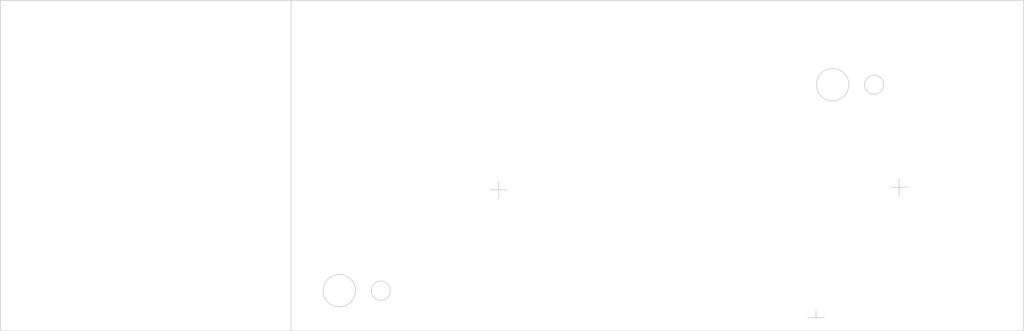
<source format=kicad_pcb>
(kicad_pcb (version 20211014) (generator pcbnew)

  (general
    (thickness 1.56)
  )

  (paper "A4")
  (title_block
    (title "IKEA FÖRNUFTIG Smart PCB")
    (date "2023-01-07")
    (comment 1 "https://jonas.lorander.com/")
    (comment 2 "jonas@lorander.com")
  )

  (layers
    (0 "F.Cu" signal)
    (1 "In1.Cu" signal)
    (2 "In2.Cu" signal)
    (31 "B.Cu" signal)
    (32 "B.Adhes" user "B.Adhesive")
    (33 "F.Adhes" user "F.Adhesive")
    (34 "B.Paste" user)
    (35 "F.Paste" user)
    (36 "B.SilkS" user "B.Silkscreen")
    (37 "F.SilkS" user "F.Silkscreen")
    (38 "B.Mask" user)
    (39 "F.Mask" user)
    (40 "Dwgs.User" user "User.Drawings")
    (41 "Cmts.User" user "User.Comments")
    (42 "Eco1.User" user "User.Eco1")
    (43 "Eco2.User" user "User.Eco2")
    (44 "Edge.Cuts" user)
    (45 "Margin" user)
    (46 "B.CrtYd" user "B.Courtyard")
    (47 "F.CrtYd" user "F.Courtyard")
    (48 "B.Fab" user)
    (49 "F.Fab" user)
    (50 "User.1" user)
    (51 "User.2" user)
    (52 "User.3" user)
    (53 "User.4" user)
    (54 "User.5" user)
    (55 "User.6" user)
    (56 "User.7" user)
    (57 "User.8" user)
    (58 "User.9" user)
  )

  (setup
    (stackup
      (layer "F.SilkS" (type "Top Silk Screen"))
      (layer "F.Paste" (type "Top Solder Paste"))
      (layer "F.Mask" (type "Top Solder Mask") (thickness 0.01))
      (layer "F.Cu" (type "copper") (thickness 0.035))
      (layer "dielectric 1" (type "core") (thickness 0.2) (material "FR4") (epsilon_r 4.5) (loss_tangent 0.02))
      (layer "In1.Cu" (type "copper") (thickness 0.035))
      (layer "dielectric 2" (type "prepreg") (thickness 1) (material "FR4") (epsilon_r 4.5) (loss_tangent 0.02))
      (layer "In2.Cu" (type "copper") (thickness 0.035))
      (layer "dielectric 3" (type "core") (thickness 0.2) (material "FR4") (epsilon_r 4.5) (loss_tangent 0.02))
      (layer "B.Cu" (type "copper") (thickness 0.035))
      (layer "B.Mask" (type "Bottom Solder Mask") (thickness 0.01))
      (layer "B.Paste" (type "Bottom Solder Paste"))
      (layer "B.SilkS" (type "Bottom Silk Screen"))
      (copper_finish "None")
      (dielectric_constraints no)
    )
    (pad_to_mask_clearance 0)
    (grid_origin 110.1 99.7)
    (pcbplotparams
      (layerselection 0x00010fc_ffffffff)
      (disableapertmacros false)
      (usegerberextensions false)
      (usegerberattributes true)
      (usegerberadvancedattributes true)
      (creategerberjobfile true)
      (svguseinch false)
      (svgprecision 6)
      (excludeedgelayer true)
      (plotframeref false)
      (viasonmask false)
      (mode 1)
      (useauxorigin false)
      (hpglpennumber 1)
      (hpglpenspeed 20)
      (hpglpendiameter 15.000000)
      (dxfpolygonmode true)
      (dxfimperialunits true)
      (dxfusepcbnewfont true)
      (psnegative false)
      (psa4output false)
      (plotreference true)
      (plotvalue true)
      (plotinvisibletext false)
      (sketchpadsonfab false)
      (subtractmaskfromsilk false)
      (outputformat 1)
      (mirror false)
      (drillshape 1)
      (scaleselection 1)
      (outputdirectory "")
    )
  )

  (net 0 "")

  (gr_circle (center 115.9 94.85) (end 117.9 94.85) (layer "B.Mask") (width 2) (fill none) (tstamp 092b045e-0852-4a52-be6a-39d7a680e937))
  (gr_circle (center 175.3 70.05) (end 177.3 70.05) (layer "B.Mask") (width 2) (fill none) (tstamp 67a9c5f4-2612-4abd-9750-0f797d533b92))
  (gr_circle (center 175.3 70.05) (end 177.3 70.05) (layer "F.Mask") (width 2) (fill none) (tstamp 3a46eec4-3cfc-47df-956b-21b5e5636d0f))
  (gr_circle (center 115.9 94.85) (end 117.9 94.85) (layer "F.Mask") (width 2) (fill none) (tstamp 59e4bb39-9114-48e4-8ef6-fa5900f5d132))
  (gr_circle (center 120.9 94.85) (end 122.05 94.85) (layer "Edge.Cuts") (width 0.1) (fill none) (tstamp 0120d3a3-5ea1-4c0e-b9fb-c9b63738845e))
  (gr_line (start 183.3 82.45) (end 183.3 83.45) (layer "Edge.Cuts") (width 0.1) (tstamp 20f480e7-104f-47b4-bd63-bd4cdd85c2ab))
  (gr_line (start 75.1 59.9) (end 75.1 99.7) (layer "Edge.Cuts") (width 0.1) (tstamp 231dc440-c956-4d12-8051-8c795d2af98b))
  (gr_line (start 183.3 82.4) (end 183.3 81.4) (layer "Edge.Cuts") (width 0.1) (tstamp 36406c47-23e5-4504-9745-f3d62810e0f4))
  (gr_line (start 173.3 98.1) (end 174.3 98.1) (layer "Edge.Cuts") (width 0.1) (tstamp 40be9faa-cd35-4c1f-8144-99813aac2585))
  (gr_line (start 110.1 59.9) (end 75.1 59.9) (layer "Edge.Cuts") (width 0.1) (tstamp 5eb3726c-bccf-4b81-9d16-79f4bb027c58))
  (gr_line (start 183.3 82.4) (end 184.3 82.4) (layer "Edge.Cuts") (width 0.1) (tstamp 670a6d7e-48b8-4a9f-95d7-9c3c7bc3e6e6))
  (gr_line (start 135.1 82.75) (end 135.1 83.75) (layer "Edge.Cuts") (width 0.1) (tstamp 6b4a40bd-187a-4c63-9191-b844d09ce257))
  (gr_circle (center 115.9 94.85) (end 117.85 94.85) (layer "Edge.Cuts") (width 0.1) (fill none) (tstamp 6dd132d3-f5ab-42da-8e7d-9e1b2164869b))
  (gr_line (start 173.3 98.1) (end 172.3 98.1) (layer "Edge.Cuts") (width 0.1) (tstamp 6de1c5d0-df5b-4de9-8ed2-0d9695995e69))
  (gr_circle (center 175.3 70.05) (end 177.25 70.05) (layer "Edge.Cuts") (width 0.1) (fill none) (tstamp 77c04e51-70a4-4b39-b028-884f17730d5d))
  (gr_circle (center 180.3 70.05) (end 181.45 70.05) (layer "Edge.Cuts") (width 0.1) (fill none) (tstamp 89ef683b-a501-4286-991d-0ec59629ef7e))
  (gr_line (start 173.3 98.1) (end 173.3 97.1) (layer "Edge.Cuts") (width 0.1) (tstamp 8d6dc931-f3a1-4827-b433-4adb1ca1dc25))
  (gr_rect (start 110.1 59.9) (end 198.3 99.7) (layer "Edge.Cuts") (width 0.1) (fill none) (tstamp 962da382-3897-4e36-9084-2446534762c2))
  (gr_line (start 135.1 82.7) (end 134.1 82.7) (layer "Edge.Cuts") (width 0.1) (tstamp ac176902-c339-462c-b952-b63edea6cad2))
  (gr_line (start 135.1 82.7) (end 135.1 81.7) (layer "Edge.Cuts") (width 0.1) (tstamp af32f698-b6fe-4abb-ab1f-745ec83332ff))
  (gr_line (start 135.1 82.7) (end 136.1 82.7) (layer "Edge.Cuts") (width 0.1) (tstamp b3e146de-c107-4229-98b7-d7fb18084dae))
  (gr_line (start 110.1 99.7) (end 75.1 99.7) (layer "Edge.Cuts") (width 0.1) (tstamp c9ead7f6-c037-4480-b4a2-93bb4cb7658a))
  (gr_line (start 183.3 82.4) (end 182.3 82.4) (layer "Edge.Cuts") (width 0.1) (tstamp e09974f8-e35e-4162-96c5-b034d47d37e0))
  (gr_text "Rotary switch" (at 135.2 85.15) (layer "User.1") (tstamp 0651f26a-d55a-437f-93dd-2dddf1a64eb1)
    (effects (font (size 1 1) (thickness 0.15)))
  )
  (gr_text "LED 16mm / 3mm" (at 183.25 85.8) (layer "User.1") (tstamp 7ef6f5b8-b88a-48d8-9c7d-5d0230a70a45)
    (effects (font (size 1 1) (thickness 0.15)))
  )

)

</source>
